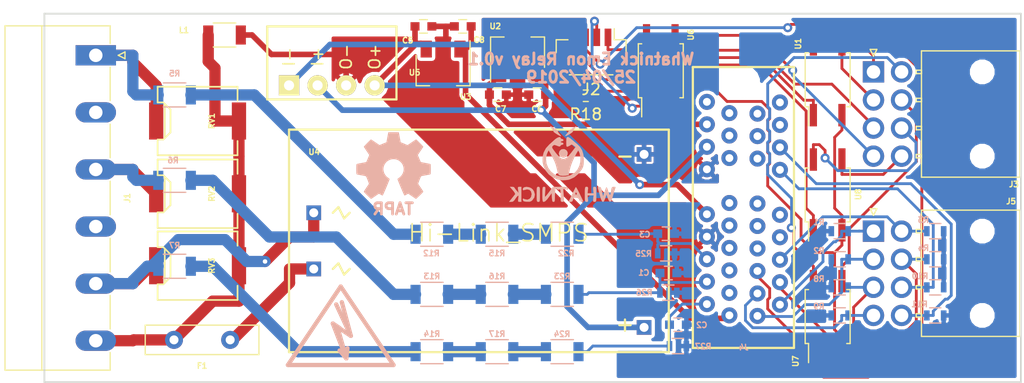
<source format=kicad_pcb>
(kicad_pcb (version 20171130) (host pcbnew "(2018-02-15 revision 29b28de31)-makepkg")
  (layers (0 F.Cu signal) (31 B.Cu signal) (34 B.Paste user) (35 F.Paste user) (36 B.SilkS user) (37 F.SilkS user) (38 B.Mask user) (39 F.Mask user) (44 Edge.Cuts user))
  (net 0 "")
  (net 1 UA)
  (net 2 UN)
  (net 3 UB)
  (net 4 UC)
  (net 5 GNDA)
  (net 6 +5V)
  (net 7 GNDPWR)
  (net 8 +5V_ISO)
  (net 9 IA1+)
  (net 10 IA1-)
  (net 11 IC1+)
  (net 12 IC1-)
  (net 13 IB1+)
  (net 14 IN1+)
  (net 15 IN1-)
  (net 16 IA2+)
  (net 17 IA2-)
  (net 18 IC2+)
  (net 19 IC2-)
  (net 20 IB2-)
  (net 21 IB1-)
  (net 22 IN2-)
  (net 23 IB2+)
  (net 24 UA_SAMP)
  (net 25 UC_SAMP)
  (net 26 UB_SAMP)
  (net 27 IN2+)
  (net 28 +3.3V_ISO)
  (net 29 +3V3)
  (net 30 VBAT)
  (net 31 /UN_IN)
  (net 32 /ua_1)
  (net 33 /ua_2)
  (net 34 /uc_2)
  (net 35 /uc_1)
  (net 36 /ub_1)
  (net 37 /uc_3)
  (net 38 /ub_2)
  (net 39 /ua_3)
  (net 40 /ub_3)
  (net 41 "Net-(J4-Pad10)")
  (net 42 "Net-(J4-Pad14)")
  (net 43 "Net-(J4-Pad16)")
  (net 44 "Net-(J4-Pad18)")
  (net 45 "Net-(J4-Pad20)")
  (net 46 "Net-(J4-Pad12)")
  (net 47 "Net-(J4-Pad22)")
  (net 48 "Net-(J4-Pad28)")
  (net 49 "Net-(J4-Pad26)")
  (net 50 "Net-(J4-Pad24)")
  (net 51 "Net-(J1-Pad4)")
  (net 52 "Net-(J1-Pad2)")
  (net 53 LED_L)
  (net 54 RE4_H)
  (net 55 RE4_L)
  (net 56 LED_H4)
  (net 57 LED_H1)
  (net 58 RE1_L)
  (net 59 RE1_H)
  (net 60 RE2_H)
  (net 61 RE2_L)
  (net 62 LED_H2)
  (net 63 LED_H3)
  (net 64 RE3_L)
  (net 65 RE3_H)
  (module Connector_JST:JST_SH_BM04B-SRSS-TB_1x04-1MP_P1.00mm_Vertical (layer F.Cu) (at 154.575 48.9 180)
    (fp_text reference J2 (at 0 -3.3 180) (layer F.SilkS))
    (fp_text value Conn_01x04)
    (pad 1 smd rect (at -1.5 1.325 180) (size 0.6 1.55) (layers F.Cu F.Paste F.Mask) (net 57 LED_H1))
    (pad 2 smd rect (at -0.5 1.325 180) (size 0.6 1.55) (layers F.Cu F.Paste F.Mask) (net 62 LED_H2))
    (pad 3 smd rect (at 0.5 1.325 180) (size 0.6 1.55) (layers F.Cu F.Paste F.Mask) (net 63 LED_H3))
    (pad 4 smd rect (at 1.5 1.325 180) (size 0.6 1.55) (layers F.Cu F.Paste F.Mask) (net 56 LED_H4))
    (pad MP smd rect (at -2.8 -1.2 180) (size 1.2 1.8) (layers F.Cu F.Paste F.Mask))
    (pad MP smd rect (at 2.8 -1.2 180) (size 1.2 1.8) (layers F.Cu F.Paste F.Mask))
  )
  (module Resistor_SMD:R_0603_1608Metric (layer F.Cu) (at 154.1 52.775 180)
    (fp_text reference R18 (at 0 -1.65 180) (layer F.SilkS))
    (fp_text value R)
    (pad 1 smd rect (at -0.875 0 180) (size 0.67 1) (layers F.Cu F.Paste F.Mask) (net 53 LED_L))
    (pad 2 smd rect (at 0.875 0 180) (size 0.67 1) (layers F.Cu F.Paste F.Mask) (net 7 GNDPWR))
  )
  (module Package_SO:SO-4_4.4x3.6mm_P2.54mm (layer F.Cu) (at 175.625 61.6 90)
    (fp_text reference U8 (at 0.05 2.725 90) (layer F.SilkS) (effects (font (size 0.5 0.5) (thickness 0.12))))
    (fp_text value LTV-356T)
    (pad 4 smd rect (at 3.15 -1.27 90) (size 2 0.64) (layers F.Cu F.Paste F.Mask) (net 54 RE4_H))
    (pad 3 smd rect (at 3.15 1.27 90) (size 2 0.64) (layers F.Cu F.Paste F.Mask) (net 55 RE4_L))
    (pad 2 smd rect (at -3.15 1.27 90) (size 2 0.64) (layers F.Cu F.Paste F.Mask) (net 53 LED_L))
    (pad 1 smd rect (at -3.15 -1.27 90) (size 2 0.64) (layers F.Cu F.Paste F.Mask) (net 56 LED_H4))
  )
  (module Package_SO:SO-4_4.4x3.6mm_P2.54mm (layer F.Cu) (at 175.625 72.425 90)
    (fp_text reference U7 (at -3.975 -2.85 90) (layer F.SilkS) (effects (font (size 0.5 0.5) (thickness 0.12))))
    (fp_text value LTV-356T)
    (pad 1 smd rect (at -3.15 -1.27 90) (size 2 0.64) (layers F.Cu F.Paste F.Mask) (net 63 LED_H3))
    (pad 2 smd rect (at -3.15 1.27 90) (size 2 0.64) (layers F.Cu F.Paste F.Mask) (net 53 LED_L))
    (pad 3 smd rect (at 3.15 1.27 90) (size 2 0.64) (layers F.Cu F.Paste F.Mask) (net 64 RE3_L))
    (pad 4 smd rect (at 3.15 -1.27 90) (size 2 0.64) (layers F.Cu F.Paste F.Mask) (net 65 RE3_H))
  )
  (module Package_SO:SO-4_4.4x3.6mm_P2.54mm (layer F.Cu) (at 160.775 50.55 90)
    (fp_text reference U6 (at 3.2 2.675 90) (layer F.SilkS) (effects (font (size 0.5 0.5) (thickness 0.12))))
    (fp_text value LTV-356T)
    (pad 4 smd rect (at 3.15 -1.27 90) (size 2 0.64) (layers F.Cu F.Paste F.Mask) (net 60 RE2_H))
    (pad 3 smd rect (at 3.15 1.27 90) (size 2 0.64) (layers F.Cu F.Paste F.Mask) (net 61 RE2_L))
    (pad 2 smd rect (at -3.15 1.27 90) (size 2 0.64) (layers F.Cu F.Paste F.Mask) (net 53 LED_L))
    (pad 1 smd rect (at -3.15 -1.27 90) (size 2 0.64) (layers F.Cu F.Paste F.Mask) (net 62 LED_H2))
  )
  (module Package_SO:SO-4_4.4x3.6mm_P2.54mm (layer F.Cu) (at 175.625 51.35 90)
    (fp_text reference U1 (at 3.2 -2.625 90) (layer F.SilkS) (effects (font (size 0.5 0.5) (thickness 0.12))))
    (fp_text value LTV-356T)
    (pad 1 smd rect (at -3.15 -1.27 90) (size 2 0.64) (layers F.Cu F.Paste F.Mask) (net 57 LED_H1))
    (pad 2 smd rect (at -3.15 1.27 90) (size 2 0.64) (layers F.Cu F.Paste F.Mask) (net 53 LED_L))
    (pad 3 smd rect (at 3.15 1.27 90) (size 2 0.64) (layers F.Cu F.Paste F.Mask) (net 58 RE1_L))
    (pad 4 smd rect (at 3.15 -1.27 90) (size 2 0.64) (layers F.Cu F.Paste F.Mask) (net 59 RE1_H))
  )
  (module Whatnick_logo:Fsilk_HV (layer B.Cu) (at 132.289 73.944 180)
    (fp_text reference SYM1 hide)
    (fp_text value SYM_Flash_Small)
  )
  (module hi-link_smps:PCIE-36-SKT (layer B.Cu) (at 168.128 60.7174 90)
    (fp_text reference J4 (at -14.746 0.528 180) (layer B.SilkS) (effects (font (size 0.5 0.5) (thickness 0.12)) (justify left bottom mirror)))
    (fp_text value CONN_02X18 hide)
    (pad 10 thru_hole circle (at -1.65 1.25 90) (size 1.4224 1.4224) (drill 0.7) (layers *.Cu *.Mask) (net 41 "Net-(J4-Pad10)"))
    (pad 29 thru_hole circle (at -3.65 1.25 90) (size 1.4224 1.4224) (drill 0.7) (layers *.Cu *.Mask) (net 17 IA2-))
    (pad 2 thru_hole circle (at -5.65 1.25 90) (size 1.4224 1.4224) (drill 0.7) (layers *.Cu *.Mask) (net 19 IC2-))
    (pad 21 thru_hole circle (at -7.65 1.25 90) (size 1.4224 1.4224) (drill 0.7) (layers *.Cu *.Mask) (net 12 IC1-))
    (pad 17 thru_hole circle (at -9.65 1.25 90) (size 1.4224 1.4224) (drill 0.7) (layers *.Cu *.Mask) (net 21 IB1-))
    (pad 13 thru_hole circle (at -11.65 1.25 90) (size 1.4224 1.4224) (drill 0.7) (layers *.Cu *.Mask) (net 10 IA1-))
    (pad 11 thru_hole circle (at -10.65 3.25 90) (size 1.4224 1.4224) (drill 0.7) (layers *.Cu *.Mask) (net 9 IA1+))
    (pad 15 thru_hole circle (at -8.65 3.25 90) (size 1.4224 1.4224) (drill 0.7) (layers *.Cu *.Mask) (net 13 IB1+))
    (pad 19 thru_hole circle (at -6.65 3.25 90) (size 1.4224 1.4224) (drill 0.7) (layers *.Cu *.Mask) (net 11 IC1+))
    (pad 35 thru_hole circle (at -4.65 3.25 90) (size 1.4224 1.4224) (drill 0.7) (layers *.Cu *.Mask) (net 18 IC2+))
    (pad 27 thru_hole circle (at -2.65 3.25 90) (size 1.4224 1.4224) (drill 0.7) (layers *.Cu *.Mask) (net 16 IA2+))
    (pad 8 thru_hole circle (at -11.6 -1.25 270) (size 1.4224 1.4224) (drill 0.7) (layers *.Cu *.Mask) (net 28 +3.3V_ISO))
    (pad 14 thru_hole circle (at -9.6 -1.25 270) (size 1.4224 1.4224) (drill 0.7) (layers *.Cu *.Mask) (net 42 "Net-(J4-Pad14)"))
    (pad 16 thru_hole circle (at -7.6 -1.25 270) (size 1.4224 1.4224) (drill 0.7) (layers *.Cu *.Mask) (net 43 "Net-(J4-Pad16)"))
    (pad 18 thru_hole circle (at -5.6 -1.25 270) (size 1.4224 1.4224) (drill 0.7) (layers *.Cu *.Mask) (net 44 "Net-(J4-Pad18)"))
    (pad 20 thru_hole circle (at -3.6 -1.25 270) (size 1.4224 1.4224) (drill 0.7) (layers *.Cu *.Mask) (net 45 "Net-(J4-Pad20)"))
    (pad 12 thru_hole circle (at -1.6 -1.25 270) (size 1.4224 1.4224) (drill 0.7) (layers *.Cu *.Mask) (net 46 "Net-(J4-Pad12)"))
    (pad 9 thru_hole circle (at -2.6 -3.25 270) (size 1.4224 1.4224) (drill 0.7) (layers *.Cu *.Mask) (net 8 +5V_ISO))
    (pad 7 thru_hole circle (at -4.6 -3.25 270) (size 1.4224 1.4224) (drill 0.7) (layers *.Cu *.Mask) (net 5 GNDA))
    (pad 5 thru_hole circle (at -6.6 -3.25 270) (size 1.4224 1.4224) (drill 0.7) (layers *.Cu *.Mask) (net 24 UA_SAMP))
    (pad 3 thru_hole circle (at -8.6 -3.25 270) (size 1.4224 1.4224) (drill 0.7) (layers *.Cu *.Mask) (net 26 UB_SAMP))
    (pad 1 thru_hole circle (at -10.6 -3.25 270) (size 1.4224 1.4224) (drill 0.7) (layers *.Cu *.Mask) (net 25 UC_SAMP))
    (pad 6 thru_hole circle (at 7.35 3.25 90) (size 1.4224 1.4224) (drill 0.7) (layers *.Cu *.Mask) (net 22 IN2-))
    (pad 4 thru_hole circle (at 5.35 3.25 90) (size 1.4224 1.4224) (drill 0.7) (layers *.Cu *.Mask) (net 27 IN2+))
    (pad 25 thru_hole circle (at 3.35 3.25 90) (size 1.4224 1.4224) (drill 0.7) (layers *.Cu *.Mask) (net 15 IN1-))
    (pad 23 thru_hole circle (at 1.35 3.25 90) (size 1.4224 1.4224) (drill 0.7) (layers *.Cu *.Mask) (net 14 IN1+))
    (pad 31 thru_hole circle (at 2.35 1.25 90) (size 1.4224 1.4224) (drill 0.7) (layers *.Cu *.Mask) (net 23 IB2+))
    (pad 33 thru_hole circle (at 4.35 1.25 90) (size 1.4224 1.4224) (drill 0.7) (layers *.Cu *.Mask) (net 20 IB2-))
    (pad 22 thru_hole circle (at 6.35 1.25 90) (size 1.4224 1.4224) (drill 0.7) (layers *.Cu *.Mask) (net 47 "Net-(J4-Pad22)"))
    (pad 36 thru_hole circle (at 1.4 -3.25 270) (size 1.4224 1.4224) (drill 0.7) (layers *.Cu *.Mask) (net 7 GNDPWR))
    (pad 34 thru_hole circle (at 3.4 -3.25 270) (size 1.4224 1.4224) (drill 0.7) (layers *.Cu *.Mask) (net 6 +5V))
    (pad 32 thru_hole circle (at 5.4 -3.25 270) (size 1.4224 1.4224) (drill 0.7) (layers *.Cu *.Mask) (net 29 +3V3))
    (pad 30 thru_hole circle (at 7.4 -3.25 270) (size 1.4224 1.4224) (drill 0.7) (layers *.Cu *.Mask) (net 30 VBAT))
    (pad 28 thru_hole circle (at 6.4 -1.25 270) (size 1.4224 1.4224) (drill 0.7) (layers *.Cu *.Mask) (net 48 "Net-(J4-Pad28)"))
    (pad 26 thru_hole circle (at 4.4 -1.25 270) (size 1.4224 1.4224) (drill 0.7) (layers *.Cu *.Mask) (net 49 "Net-(J4-Pad26)"))
    (pad 24 thru_hole circle (at 2.4 -1.25 270) (size 1.4224 1.4224) (drill 0.7) (layers *.Cu *.Mask) (net 50 "Net-(J4-Pad24)"))
    (pad "" np_thru_hole circle (at 0 0 90) (size 2.35 2.35) (drill 2.35) (layers *.Cu))
    (pad "" np_thru_hole circle (at 9.15 0 90) (size 2.35 2.35) (drill 2.35) (layers *.Cu))
  )
  (module Capacitors_THT:C_Disc_D10.0mm_W2.5mm_P5.00mm (layer F.Cu) (at 122.45 74.5 180)
    (fp_text reference F1 (at 2.5 -2.31 180) (layer F.SilkS) (effects (font (size 0.5 0.5) (thickness 0.12))))
    (fp_text value Polyfuse)
    (pad 2 thru_hole circle (at 5 0 180) (size 1.6 1.6) (drill 0.8) (layers *.Cu *.Mask) (net 2 UN))
    (pad 1 thru_hole circle (at 0 0 180) (size 1.6 1.6) (drill 0.8) (layers *.Cu *.Mask) (net 31 /UN_IN))
  )
  (module hi-link_smps:SIP4 (layer F.Cu) (at 131.5 51.85)
    (fp_text reference U5 (at 7.366 -1.143) (layer F.SilkS) (effects (font (size 0.5 0.5) (thickness 0.12))))
    (fp_text value dc-dc hide)
    (fp_text user O+ (at 3.81 -2.54 90) (layer F.SilkS))
    (fp_text user O- (at 1.27 -2.54 90) (layer F.SilkS))
    (fp_text user I+ (at -1.27 -2.54 90) (layer F.SilkS))
    (fp_text user I- (at -3.81 -2.54 90) (layer F.SilkS))
    (pad 4 thru_hole circle (at 3.81 0) (size 1.8 1.8) (drill 0.9) (layers *.Cu *.Mask F.SilkS) (net 8 +5V_ISO))
    (pad 3 thru_hole circle (at 1.27 0) (size 1.8 1.8) (drill 0.9) (layers *.Cu *.Mask F.SilkS) (net 5 GNDA))
    (pad 2 thru_hole circle (at -1.27 0) (size 1.8 1.8) (drill 0.9) (layers *.Cu *.Mask F.SilkS) (net 6 +5V))
    (pad 1 thru_hole rect (at -3.81 0) (size 1.8 1.8) (drill 0.9) (layers *.Cu *.Mask F.SilkS) (net 7 GNDPWR))
  )
  (module hi-link_smps:HKLPM01 (layer F.Cu) (at 144.588 65.689)
    (fp_text reference U4 (at -15.24 -7.62) (layer F.SilkS) (effects (font (size 0.5 0.5) (thickness 0.12)) (justify left bottom)))
    (fp_text value Hi-Link_SMPS (at 1.74752 -0.70612) (layer F.SilkS) (effects (font (size 1.524 1.524))))
    (pad 4 thru_hole rect (at 14.7 7.7) (size 1.308 1.308) (drill 0.8) (layers *.Cu *.Mask) (net 6 +5V))
    (pad 3 thru_hole rect (at 14.7 -7.7) (size 1.308 1.308) (drill 0.8) (layers *.Cu *.Mask) (net 7 GNDPWR))
    (pad 2 thru_hole rect (at -14.7 2.5) (size 1.308 1.308) (drill 0.8) (layers *.Cu *.Mask) (net 31 /UN_IN))
    (pad 1 thru_hole rect (at -14.7 -2.5) (size 1.308 1.308) (drill 0.8) (layers *.Cu *.Mask) (net 4 UC))
  )
  (module Symbols:OSHW-Symbol_6.7x6mm_SilkScreen (layer B.Cu) (at 137 59 180)
    (fp_text reference LOGO_OSHW1 hide)
    (fp_text value Logo_Open_Hardware_Small hide)
  )
  (module Connectors_Molex:Molex_NanoFit_2x04x2.50mm_Angled (layer F.Cu) (at 179.705 64.8234 270)
    (fp_text reference J5 (at -2.6484 -12.245) (layer F.SilkS) (effects (font (size 0.5 0.5) (thickness 0.12))))
    (fp_text value CONN_01X08)
    (pad 1 thru_hole rect (at 0 0 270) (size 1.9 1.9) (drill 1.2) (layers *.Cu *.Mask) (net 9 IA1+))
    (pad 2 thru_hole circle (at 2.5 0 270) (size 1.9 1.9) (drill 1.2) (layers *.Cu *.Mask) (net 10 IA1-))
    (pad 3 thru_hole circle (at 5 0 270) (size 1.9 1.9) (drill 1.2) (layers *.Cu *.Mask) (net 13 IB1+))
    (pad 4 thru_hole circle (at 7.5 0 270) (size 1.9 1.9) (drill 1.2) (layers *.Cu *.Mask) (net 21 IB1-))
    (pad 5 thru_hole circle (at 0 -2.5 270) (size 1.9 1.9) (drill 1.2) (layers *.Cu *.Mask) (net 11 IC1+))
    (pad 6 thru_hole circle (at 2.5 -2.5 270) (size 1.9 1.9) (drill 1.2) (layers *.Cu *.Mask) (net 12 IC1-))
    (pad 7 thru_hole circle (at 5 -2.5 270) (size 1.9 1.9) (drill 1.2) (layers *.Cu *.Mask) (net 14 IN1+))
    (pad 8 thru_hole circle (at 7.5 -2.5 270) (size 1.9 1.9) (drill 1.2) (layers *.Cu *.Mask) (net 15 IN1-))
    (pad "" np_thru_hole circle (at 0 -9.68 270) (size 1.6 1.6) (drill 1.6) (layers *.Cu *.Mask))
    (pad "" np_thru_hole circle (at 7.5 -9.68 270) (size 1.6 1.6) (drill 1.6) (layers *.Cu *.Mask))
  )
  (module Connectors_Molex:Molex_NanoFit_2x04x2.50mm_Angled (layer F.Cu) (at 179.705 50.65 270)
    (fp_text reference J3 (at 10.0046 -12.495) (layer F.SilkS) (effects (font (size 0.5 0.5) (thickness 0.12))))
    (fp_text value CONN_01X08)
    (pad "" np_thru_hole circle (at 7.5 -9.68 270) (size 1.6 1.6) (drill 1.6) (layers *.Cu *.Mask))
    (pad "" np_thru_hole circle (at 0 -9.68 270) (size 1.6 1.6) (drill 1.6) (layers *.Cu *.Mask))
    (pad 8 thru_hole circle (at 7.5 -2.5 270) (size 1.9 1.9) (drill 1.2) (layers *.Cu *.Mask) (net 55 RE4_L))
    (pad 7 thru_hole circle (at 5 -2.5 270) (size 1.9 1.9) (drill 1.2) (layers *.Cu *.Mask) (net 54 RE4_H))
    (pad 6 thru_hole circle (at 2.5 -2.5 270) (size 1.9 1.9) (drill 1.2) (layers *.Cu *.Mask) (net 64 RE3_L))
    (pad 5 thru_hole circle (at 0 -2.5 270) (size 1.9 1.9) (drill 1.2) (layers *.Cu *.Mask) (net 65 RE3_H))
    (pad 4 thru_hole circle (at 7.5 0 270) (size 1.9 1.9) (drill 1.2) (layers *.Cu *.Mask) (net 61 RE2_L))
    (pad 3 thru_hole circle (at 5 0 270) (size 1.9 1.9) (drill 1.2) (layers *.Cu *.Mask) (net 60 RE2_H))
    (pad 2 thru_hole circle (at 2.5 0 270) (size 1.9 1.9) (drill 1.2) (layers *.Cu *.Mask) (net 58 RE1_L))
    (pad 1 thru_hole rect (at 0 0 270) (size 1.9 1.9) (drill 1.2) (layers *.Cu *.Mask) (net 59 RE1_H))
  )
  (module Connectors_Phoenix:PhoenixContact_MC-G_06x5.08mm_Angled (layer F.Cu) (at 110.49 49.1744 270)
    (fp_text reference J1 (at 12.7 -2.8 270) (layer F.SilkS) (effects (font (size 0.5 0.5) (thickness 0.12))))
    (fp_text value CONN_01X06)
    (pad 6 thru_hole oval (at 25.4 0 270) (size 1.8 3.6) (drill 1.2) (layers *.Cu *.Mask) (net 2 UN))
    (pad 5 thru_hole oval (at 20.32 0 270) (size 1.8 3.6) (drill 1.2) (layers *.Cu *.Mask) (net 4 UC))
    (pad 4 thru_hole oval (at 15.24 0 270) (size 1.8 3.6) (drill 1.2) (layers *.Cu *.Mask) (net 51 "Net-(J1-Pad4)"))
    (pad 3 thru_hole oval (at 10.16 0 270) (size 1.8 3.6) (drill 1.2) (layers *.Cu *.Mask) (net 3 UB))
    (pad 2 thru_hole oval (at 5.08 0 270) (size 1.8 3.6) (drill 1.2) (layers *.Cu *.Mask) (net 52 "Net-(J1-Pad2)"))
    (pad 1 thru_hole rect (at 0 0 270) (size 1.8 3.6) (drill 1.2) (layers *.Cu *.Mask) (net 1 UA))
  )
  (module Resistors_SMD:R_0603 (layer B.Cu) (at 185.2 64.825 180)
    (fp_text reference R3 (at 1.05 1 180) (layer B.SilkS) (effects (font (size 0.5 0.5) (thickness 0.12)) (justify mirror)))
    (fp_text value 5.8R)
    (pad 1 smd rect (at -0.75 0 180) (size 0.5 0.9) (layers B.Cu B.Paste B.Mask) (net 5 GNDA))
    (pad 2 smd rect (at 0.75 0 180) (size 0.5 0.9) (layers B.Cu B.Paste B.Mask) (net 11 IC1+))
  )
  (module Resistors_SMD:R_0603 (layer B.Cu) (at 185.2 72.325)
    (fp_text reference R11 (at -1.4 -1) (layer B.SilkS) (effects (font (size 0.5 0.5) (thickness 0.12)) (justify mirror)))
    (fp_text value 5.8R)
    (pad 2 smd rect (at 0.75 0) (size 0.5 0.9) (layers B.Cu B.Paste B.Mask) (net 5 GNDA))
    (pad 1 smd rect (at -0.75 0) (size 0.5 0.9) (layers B.Cu B.Paste B.Mask) (net 15 IN1-))
  )
  (module Resistors_SMD:R_0603 (layer B.Cu) (at 185.2 69.825 180)
    (fp_text reference R10 (at 1.35 1 180) (layer B.SilkS) (effects (font (size 0.5 0.5) (thickness 0.12)) (justify mirror)))
    (fp_text value 5.8R)
    (pad 1 smd rect (at -0.75 0 180) (size 0.5 0.9) (layers B.Cu B.Paste B.Mask) (net 5 GNDA))
    (pad 2 smd rect (at 0.75 0 180) (size 0.5 0.9) (layers B.Cu B.Paste B.Mask) (net 14 IN1+))
  )
  (module Resistors_SMD:R_0603 (layer B.Cu) (at 176.7 72.325 180)
    (fp_text reference R9 (at 1.85 0.8 180) (layer B.SilkS) (effects (font (size 0.5 0.5) (thickness 0.12)) (justify mirror)))
    (fp_text value 5.8R)
    (pad 2 smd rect (at 0.75 0 180) (size 0.5 0.9) (layers B.Cu B.Paste B.Mask) (net 5 GNDA))
    (pad 1 smd rect (at -0.75 0 180) (size 0.5 0.9) (layers B.Cu B.Paste B.Mask) (net 21 IB1-))
  )
  (module Resistors_SMD:R_0603 (layer B.Cu) (at 176.7 69.825)
    (fp_text reference R8 (at -1.85 -0.75) (layer B.SilkS) (effects (font (size 0.5 0.5) (thickness 0.12)) (justify mirror)))
    (fp_text value 5.8R)
    (pad 1 smd rect (at -0.75 0) (size 0.5 0.9) (layers B.Cu B.Paste B.Mask) (net 5 GNDA))
    (pad 2 smd rect (at 0.75 0) (size 0.5 0.9) (layers B.Cu B.Paste B.Mask) (net 13 IB1+))
  )
  (module Resistors_SMD:R_0603 (layer B.Cu) (at 176.7 67.325 180)
    (fp_text reference R2 (at 1.85 0.75 180) (layer B.SilkS) (effects (font (size 0.5 0.5) (thickness 0.12)) (justify mirror)))
    (fp_text value 5.8R)
    (pad 2 smd rect (at 0.75 0 180) (size 0.5 0.9) (layers B.Cu B.Paste B.Mask) (net 5 GNDA))
    (pad 1 smd rect (at -0.75 0 180) (size 0.5 0.9) (layers B.Cu B.Paste B.Mask) (net 10 IA1-))
  )
  (module Resistors_SMD:R_0603 (layer B.Cu) (at 185.2 67.325)
    (fp_text reference R4 (at -1.05 -1) (layer B.SilkS) (effects (font (size 0.5 0.5) (thickness 0.12)) (justify mirror)))
    (fp_text value 5.8R)
    (pad 1 smd rect (at -0.75 0) (size 0.5 0.9) (layers B.Cu B.Paste B.Mask) (net 12 IC1-))
    (pad 2 smd rect (at 0.75 0) (size 0.5 0.9) (layers B.Cu B.Paste B.Mask) (net 5 GNDA))
  )
  (module Resistors_SMD:R_0603 (layer B.Cu) (at 176.7 64.825)
    (fp_text reference R1 (at -1.85 -0.8) (layer B.SilkS) (effects (font (size 0.5 0.5) (thickness 0.12)) (justify mirror)))
    (fp_text value 5.8R)
    (pad 1 smd rect (at -0.75 0) (size 0.5 0.9) (layers B.Cu B.Paste B.Mask) (net 5 GNDA))
    (pad 2 smd rect (at 0.75 0) (size 0.5 0.9) (layers B.Cu B.Paste B.Mask) (net 9 IA1+))
  )
  (module Resistors_SMD:R_1206 (layer B.Cu) (at 146.2 65.1 180)
    (fp_text reference R15 (at 0.01 -1.695 180) (layer B.SilkS) (effects (font (size 0.5 0.5) (thickness 0.12)) (justify mirror)))
    (fp_text value 220K)
    (pad 2 smd rect (at 1.45 0 180) (size 0.9 1.7) (layers B.Cu B.Paste B.Mask) (net 33 /ua_2))
    (pad 1 smd rect (at -1.45 0 180) (size 0.9 1.7) (layers B.Cu B.Paste B.Mask) (net 39 /ua_3))
  )
  (module Resistors_SMD:R_1206 (layer B.Cu) (at 152 75.55 180)
    (fp_text reference R24 (at 0.017 1.5654 180) (layer B.SilkS) (effects (font (size 0.5 0.5) (thickness 0.12)) (justify mirror)))
    (fp_text value 220K)
    (pad 2 smd rect (at 1.45 0 180) (size 0.9 1.7) (layers B.Cu B.Paste B.Mask) (net 37 /uc_3))
    (pad 1 smd rect (at -1.45 0 180) (size 0.9 1.7) (layers B.Cu B.Paste B.Mask) (net 25 UC_SAMP))
  )
  (module Resistors_SMD:R_1206 (layer B.Cu) (at 152 70.45 180)
    (fp_text reference R23 (at 0 1.6094 180) (layer B.SilkS) (effects (font (size 0.5 0.5) (thickness 0.12)) (justify mirror)))
    (fp_text value 220K)
    (pad 1 smd rect (at -1.45 0 180) (size 0.9 1.7) (layers B.Cu B.Paste B.Mask) (net 26 UB_SAMP))
    (pad 2 smd rect (at 1.45 0 180) (size 0.9 1.7) (layers B.Cu B.Paste B.Mask) (net 40 /ub_3))
  )
  (module Resistors_SMD:R_1206 (layer B.Cu) (at 152 65.1 180)
    (fp_text reference R22 (at -0.35 -1.695 180) (layer B.SilkS) (effects (font (size 0.5 0.5) (thickness 0.12)) (justify mirror)))
    (fp_text value 220K)
    (pad 1 smd rect (at -1.45 0 180) (size 0.9 1.7) (layers B.Cu B.Paste B.Mask) (net 24 UA_SAMP))
    (pad 2 smd rect (at 1.45 0 180) (size 0.9 1.7) (layers B.Cu B.Paste B.Mask) (net 39 /ua_3))
  )
  (module Resistors_SMD:R_1206 (layer B.Cu) (at 146.2 75.55 180)
    (fp_text reference R17 (at 0 1.5754 180) (layer B.SilkS) (effects (font (size 0.5 0.5) (thickness 0.12)) (justify mirror)))
    (fp_text value 220K)
    (pad 1 smd rect (at -1.45 0 180) (size 0.9 1.7) (layers B.Cu B.Paste B.Mask) (net 37 /uc_3))
    (pad 2 smd rect (at 1.45 0 180) (size 0.9 1.7) (layers B.Cu B.Paste B.Mask) (net 34 /uc_2))
  )
  (module Resistors_SMD:R_1206 (layer B.Cu) (at 146.2 70.45 180)
    (fp_text reference R16 (at 0 1.6094 180) (layer B.SilkS) (effects (font (size 0.5 0.5) (thickness 0.12)) (justify mirror)))
    (fp_text value 220K)
    (pad 2 smd rect (at 1.45 0 180) (size 0.9 1.7) (layers B.Cu B.Paste B.Mask) (net 38 /ub_2))
    (pad 1 smd rect (at -1.45 0 180) (size 0.9 1.7) (layers B.Cu B.Paste B.Mask) (net 40 /ub_3))
  )
  (module Resistors_SMD:R_1206 (layer B.Cu) (at 140.4 70.45 180)
    (fp_text reference R13 (at 0 1.6094 180) (layer B.SilkS) (effects (font (size 0.5 0.5) (thickness 0.12)) (justify mirror)))
    (fp_text value 220K)
    (pad 1 smd rect (at -1.45 0 180) (size 0.9 1.7) (layers B.Cu B.Paste B.Mask) (net 38 /ub_2))
    (pad 2 smd rect (at 1.45 0 180) (size 0.9 1.7) (layers B.Cu B.Paste B.Mask) (net 36 /ub_1))
  )
  (module Resistors_SMD:R_1206 (layer B.Cu) (at 140.4 75.55 180)
    (fp_text reference R14 (at 0 1.5754 180) (layer B.SilkS) (effects (font (size 0.5 0.5) (thickness 0.12)) (justify mirror)))
    (fp_text value 220K)
    (pad 2 smd rect (at 1.45 0 180) (size 0.9 1.7) (layers B.Cu B.Paste B.Mask) (net 35 /uc_1))
    (pad 1 smd rect (at -1.45 0 180) (size 0.9 1.7) (layers B.Cu B.Paste B.Mask) (net 34 /uc_2))
  )
  (module TO_SOT_Packages_SMD:SOT-89-3 (layer F.Cu) (at 148.025 49.325 90)
    (fp_text reference U2 (at 2.74 -1.98 180) (layer F.SilkS) (effects (font (size 0.5 0.5) (thickness 0.12))))
    (fp_text value L78L33_SOT89)
    (pad 2 smd trapezoid (at 2.667 0) (size 1.6 0.85) (rect_delta 0 0.6) (layers F.Cu F.Paste F.Mask) (net 7 GNDPWR))
    (pad 1 smd rect (at -1.48 -1.5) (size 1 1.5) (layers F.Cu F.Paste F.Mask) (net 29 +3V3))
    (pad 2 smd rect (at -1.3335 0) (size 1 1.8) (layers F.Cu F.Paste F.Mask) (net 7 GNDPWR))
    (pad 3 smd rect (at -1.48 1.5) (size 1 1.5) (layers F.Cu F.Paste F.Mask) (net 6 +5V))
    (pad 2 smd rect (at 1.3335 0) (size 2.2 1.84) (layers F.Cu F.Paste F.Mask) (net 7 GNDPWR))
    (pad 2 smd trapezoid (at -0.0762 0 180) (size 1.5 1) (rect_delta 0 0.7) (layers F.Cu F.Paste F.Mask) (net 7 GNDPWR))
  )
  (module TO_SOT_Packages_SMD:SOT-89-3 (layer F.Cu) (at 141.4 50.1 270)
    (fp_text reference U3 (at 2.77 -2.01) (layer F.SilkS) (effects (font (size 0.5 0.5) (thickness 0.12))))
    (fp_text value L78L05_SOT89)
    (pad 2 smd trapezoid (at -0.0762 0) (size 1.5 1) (rect_delta 0 0.7) (layers F.Cu F.Paste F.Mask) (net 5 GNDA))
    (pad 2 smd rect (at 1.3335 0 180) (size 2.2 1.84) (layers F.Cu F.Paste F.Mask) (net 5 GNDA))
    (pad 3 smd rect (at -1.48 1.5 180) (size 1 1.5) (layers F.Cu F.Paste F.Mask) (net 8 +5V_ISO))
    (pad 2 smd rect (at -1.3335 0 180) (size 1 1.8) (layers F.Cu F.Paste F.Mask) (net 5 GNDA))
    (pad 1 smd rect (at -1.48 -1.5 180) (size 1 1.5) (layers F.Cu F.Paste F.Mask) (net 28 +3.3V_ISO))
    (pad 2 smd trapezoid (at 2.667 0 180) (size 1.6 0.85) (rect_delta 0 0.6) (layers F.Cu F.Paste F.Mask) (net 5 GNDA))
  )
  (module Whatnick_logo:Whatnick_logo (layer B.Cu) (at 152.05 58.85 180)
    (fp_text reference G1 hide)
    (fp_text value LOGO hide)
  )
  (module Inductors_SMD:L_1206 (layer F.Cu) (at 121.948 47.3674 180)
    (fp_text reference L1 (at 3.61 0.43 180) (layer F.SilkS) (effects (font (size 0.5 0.5) (thickness 0.12))))
    (fp_text value Ferrite_Bead_Small)
    (pad 2 smd rect (at 1.45 0 180) (size 0.9 1.7) (layers F.Cu F.Paste F.Mask) (net 2 UN))
    (pad 1 smd rect (at -1.45 0 180) (size 0.9 1.7) (layers F.Cu F.Paste F.Mask) (net 5 GNDA))
  )
  (module Resistors_SMD:R_1206 (layer B.Cu) (at 117.5 67.95 180)
    (fp_text reference R7 (at 0 1.85 180) (layer B.SilkS) (effects (font (size 0.5 0.5) (thickness 0.12)) (justify mirror)))
    (fp_text value 220K)
    (pad 1 smd rect (at -1.45 0 180) (size 0.9 1.7) (layers B.Cu B.Paste B.Mask) (net 35 /uc_1))
    (pad 2 smd rect (at 1.45 0 180) (size 0.9 1.7) (layers B.Cu B.Paste B.Mask) (net 4 UC))
  )
  (module Resistors_SMD:R_1206 (layer B.Cu) (at 117.5 52.7 180)
    (fp_text reference R5 (at 0 1.905 180) (layer B.SilkS) (effects (font (size 0.5 0.5) (thickness 0.12)) (justify mirror)))
    (fp_text value 220K)
    (pad 1 smd rect (at -1.45 0 180) (size 0.9 1.7) (layers B.Cu B.Paste B.Mask) (net 32 /ua_1))
    (pad 2 smd rect (at 1.45 0 180) (size 0.9 1.7) (layers B.Cu B.Paste B.Mask) (net 1 UA))
  )
  (module Resistors_SMD:R_1206 (layer B.Cu) (at 140.4 65.1 180)
    (fp_text reference R12 (at 0.04 -1.695 180) (layer B.SilkS) (effects (font (size 0.5 0.5) (thickness 0.12)) (justify mirror)))
    (fp_text value 220K)
    (pad 2 smd rect (at 1.45 0 180) (size 0.9 1.7) (layers B.Cu B.Paste B.Mask) (net 32 /ua_1))
    (pad 1 smd rect (at -1.45 0 180) (size 0.9 1.7) (layers B.Cu B.Paste B.Mask) (net 33 /ua_2))
  )
  (module Resistors_SMD:R_1206 (layer B.Cu) (at 117.5 60.3 180)
    (fp_text reference R6 (at 0.127 1.778 180) (layer B.SilkS) (effects (font (size 0.5 0.5) (thickness 0.12)) (justify mirror)))
    (fp_text value 220K)
    (pad 1 smd rect (at -1.45 0 180) (size 0.9 1.7) (layers B.Cu B.Paste B.Mask) (net 36 /ub_1))
    (pad 2 smd rect (at 1.45 0 180) (size 0.9 1.7) (layers B.Cu B.Paste B.Mask) (net 3 UB))
  )
  (module Capacitors_SMD:C_0603 (layer F.Cu) (at 139.65 46.6)
    (fp_text reference C5 (at -1.4 1.25) (layer F.SilkS) (effects (font (size 0.5 0.5) (thickness 0.12))))
    (fp_text value 1uF)
    (pad 2 smd rect (at 0.75 0) (size 0.8 0.75) (layers F.Cu F.Paste F.Mask) (net 5 GNDA))
    (pad 1 smd rect (at -0.75 0) (size 0.8 0.75) (layers F.Cu F.Paste F.Mask) (net 8 +5V_ISO))
  )
  (module Capacitors_SMD:C_0603 (layer F.Cu) (at 149.775 52.675 180)
    (fp_text reference C6 (at 0.012 -1.27 180) (layer F.SilkS) (effects (font (size 0.5 0.5) (thickness 0.12))))
    (fp_text value 1uF)
    (pad 2 smd rect (at 0.75 0 180) (size 0.8 0.75) (layers F.Cu F.Paste F.Mask) (net 7 GNDPWR))
    (pad 1 smd rect (at -0.75 0 180) (size 0.8 0.75) (layers F.Cu F.Paste F.Mask) (net 6 +5V))
  )
  (module Capacitors_SMD:C_0603 (layer F.Cu) (at 146.275 52.675)
    (fp_text reference C7 (at 0.254 1.27) (layer F.SilkS) (effects (font (size 0.5 0.5) (thickness 0.12))))
    (fp_text value 1uF)
    (pad 1 smd rect (at -0.75 0) (size 0.8 0.75) (layers F.Cu F.Paste F.Mask) (net 29 +3V3))
    (pad 2 smd rect (at 0.75 0) (size 0.8 0.75) (layers F.Cu F.Paste F.Mask) (net 7 GNDPWR))
  )
  (module Capacitors_SMD:C_0603 (layer F.Cu) (at 143.15 46.6 180)
    (fp_text reference C8 (at -1.45 -1.2 180) (layer F.SilkS) (effects (font (size 0.5 0.5) (thickness 0.12))))
    (fp_text value 1uF)
    (pad 1 smd rect (at -0.75 0 180) (size 0.8 0.75) (layers F.Cu F.Paste F.Mask) (net 28 +3.3V_ISO))
    (pad 2 smd rect (at 0.75 0 180) (size 0.8 0.75) (layers F.Cu F.Paste F.Mask) (net 5 GNDA))
  )
  (module Capacitors_SMD:C_0603 (layer B.Cu) (at 162.3 73.15)
    (fp_text reference C2 (at 2.12 0.032) (layer B.SilkS) (effects (font (size 0.5 0.5) (thickness 0.12)) (justify mirror)))
    (fp_text value 33n)
    (pad 2 smd rect (at 0.75 0) (size 0.8 0.75) (layers B.Cu B.Paste B.Mask) (net 5 GNDA))
    (pad 1 smd rect (at -0.75 0) (size 0.8 0.75) (layers B.Cu B.Paste B.Mask) (net 25 UC_SAMP))
  )
  (module Capacitors_SMD:C_0603 (layer B.Cu) (at 161.25 65.05)
    (fp_text reference C3 (at -1.9 0.07 180) (layer B.SilkS) (effects (font (size 0.5 0.5) (thickness 0.12)) (justify mirror)))
    (fp_text value 33n)
    (pad 2 smd rect (at 0.75 0) (size 0.8 0.75) (layers B.Cu B.Paste B.Mask) (net 5 GNDA))
    (pad 1 smd rect (at -0.75 0) (size 0.8 0.75) (layers B.Cu B.Paste B.Mask) (net 24 UA_SAMP))
  )
  (module Capacitors_SMD:C_0603 (layer B.Cu) (at 161.45 68.55)
    (fp_text reference C1 (at -2.19 -0.03) (layer B.SilkS) (effects (font (size 0.5 0.5) (thickness 0.12)) (justify mirror)))
    (fp_text value 33n)
    (pad 2 smd rect (at 0.75 0) (size 0.8 0.75) (layers B.Cu B.Paste B.Mask) (net 5 GNDA))
    (pad 1 smd rect (at -0.75 0) (size 0.8 0.75) (layers B.Cu B.Paste B.Mask) (net 26 UB_SAMP))
  )
  (module Resistors_SMD:R_0603 (layer B.Cu) (at 162.3 75.05 180)
    (fp_text reference R27 (at -2.247 -0.037) (layer B.SilkS) (effects (font (size 0.5 0.5) (thickness 0.12)) (justify mirror)))
    (fp_text value 1K)
    (pad 1 smd rect (at -0.75 0 180) (size 0.5 0.9) (layers B.Cu B.Paste B.Mask) (net 5 GNDA))
    (pad 2 smd rect (at 0.75 0 180) (size 0.5 0.9) (layers B.Cu B.Paste B.Mask) (net 25 UC_SAMP))
  )
  (module Resistors_SMD:R_0603 (layer B.Cu) (at 161.25 66.8 180)
    (fp_text reference R25 (at 2.01 -0.03) (layer B.SilkS) (effects (font (size 0.5 0.5) (thickness 0.12)) (justify mirror)))
    (fp_text value 1K)
    (pad 1 smd rect (at -0.75 0 180) (size 0.5 0.9) (layers B.Cu B.Paste B.Mask) (net 5 GNDA))
    (pad 2 smd rect (at 0.75 0 180) (size 0.5 0.9) (layers B.Cu B.Paste B.Mask) (net 24 UA_SAMP))
  )
  (module Resistors_SMD:R_0603 (layer B.Cu) (at 161.45 70.3 180)
    (fp_text reference R26 (at 2.15 0.01 180) (layer B.SilkS) (effects (font (size 0.5 0.5) (thickness 0.12)) (justify mirror)))
    (fp_text value 1K)
    (pad 1 smd rect (at -0.75 0 180) (size 0.5 0.9) (layers B.Cu B.Paste B.Mask) (net 5 GNDA))
    (pad 2 smd rect (at 0.75 0 180) (size 0.5 0.9) (layers B.Cu B.Paste B.Mask) (net 26 UB_SAMP))
  )
  (module SMD_Packages:SMD-4032 (layer F.Cu) (at 119.55 55.021 180)
    (fp_text reference RV1 (at -1.26492 0 270) (layer F.SilkS) (effects (font (size 0.5 0.5) (thickness 0.12))))
    (fp_text value Varistor)
    (pad 2 smd rect (at 3.683 0 180) (size 1.27 3.302) (layers F.Cu F.Paste F.Mask) (net 1 UA))
    (pad 1 smd rect (at -3.683 0 180) (size 1.27 3.302) (layers F.Cu F.Paste F.Mask) (net 2 UN))
  )
  (module SMD_Packages:SMD-4032 (layer F.Cu) (at 119.55 61.498 180)
    (fp_text reference RV2 (at -1.26492 0 270) (layer F.SilkS) (effects (font (size 0.5 0.5) (thickness 0.12))))
    (fp_text value Varistor)
    (pad 1 smd rect (at -3.683 0 180) (size 1.27 3.302) (layers F.Cu F.Paste F.Mask) (net 2 UN))
    (pad 2 smd rect (at 3.683 0 180) (size 1.27 3.302) (layers F.Cu F.Paste F.Mask) (net 3 UB))
  )
  (module SMD_Packages:SMD-4032 (layer F.Cu) (at 119.55 67.9 180)
    (fp_text reference RV3 (at -1.26492 0 270) (layer F.SilkS) (effects (font (size 0.5 0.5) (thickness 0.12))))
    (fp_text value Varistor)
    (pad 2 smd rect (at 3.683 0 180) (size 1.27 3.302) (layers F.Cu F.Paste F.Mask) (net 4 UC))
    (pad 1 smd rect (at -3.683 0 180) (size 1.27 3.302) (layers F.Cu F.Paste F.Mask) (net 2 UN))
  )
  (gr_text TAPR (at 136.95 62.85) (layer B.SilkS) (effects (font (size 1 1) (thickness 0.25)) (justify mirror)))
  (gr_text "Whatnick Emon Relay v0.1\n25/04/2019" (at 153.67 50.3174) (layer B.SilkS) (effects (font (size 1 1) (thickness 0.25)) (justify mirror)))
  (gr_line (start 192.818 78.266) (end 105.918 78.266) (layer Edge.Cuts) (width 0.15))
  (gr_line (start 192.818 45.466) (end 192.818 78.266) (layer Edge.Cuts) (width 0.15))
  (gr_line (start 105.918 45.466) (end 192.818 45.466) (layer Edge.Cuts) (width 0.15))
  (gr_line (start 105.918 78.266) (end 105.918 45.466) (layer Edge.Cuts) (width 0.15))
  (segment (start 113.7903 49.793) (end 113.7903 49.1744) (width 1) (layer F.Cu) (net 1))
  (segment (start 115.867 51.8697) (end 113.7903 49.793) (width 1) (layer F.Cu) (net 1))
  (segment (start 115.867 55.021) (end 115.867 51.8697) (width 1) (layer F.Cu) (net 1))
  (segment (start 110.49 49.1744) (end 113.7903 49.1744) (width 1) (layer F.Cu) (net 1))
  (segment (start 113.7903 52.3906) (end 113.7903 49.1744) (width 1) (layer B.Cu) (net 1))
  (segment (start 114.0997 52.7) (end 113.7903 52.3906) (width 1) (layer B.Cu) (net 1))
  (segment (start 116.05 52.7) (end 114.0997 52.7) (width 1) (layer B.Cu) (net 1))
  (segment (start 110.49 49.1744) (end 113.7903 49.1744) (width 1) (layer B.Cu) (net 1))
  (segment (start 123.233 67.9) (end 123.233 71.0513) (width 1) (layer F.Cu) (net 2))
  (segment (start 110.49 74.5744) (end 113.7903 74.5744) (width 1) (layer F.Cu) (net 2))
  (segment (start 120.8987 71.0513) (end 117.45 74.5) (width 1) (layer F.Cu) (net 2))
  (segment (start 123.233 71.0513) (end 120.8987 71.0513) (width 1) (layer F.Cu) (net 2))
  (segment (start 113.8647 74.5) (end 113.7903 74.5744) (width 1) (layer F.Cu) (net 2))
  (segment (start 117.45 74.5) (end 113.8647 74.5) (width 1) (layer F.Cu) (net 2))
  (segment (start 121.0977 50.3174) (end 120.498 49.7177) (width 1) (layer F.Cu) (net 2))
  (segment (start 121.0977 55.021) (end 121.0977 50.3174) (width 1) (layer F.Cu) (net 2))
  (segment (start 123.233 55.021) (end 121.0977 55.021) (width 1) (layer F.Cu) (net 2))
  (segment (start 120.498 47.3674) (end 120.498 49.7177) (width 1) (layer F.Cu) (net 2))
  (segment (start 123.233 55.021) (end 123.233 58.1723) (width 1) (layer F.Cu) (net 2))
  (segment (start 123.233 67.9) (end 123.233 61.498) (width 1) (layer F.Cu) (net 2))
  (segment (start 123.233 61.498) (end 123.233 58.1723) (width 1) (layer F.Cu) (net 2))
  (segment (start 113.7903 59.4213) (end 113.7903 59.3344) (width 1) (layer F.Cu) (net 3))
  (segment (start 115.867 61.498) (end 113.7903 59.4213) (width 1) (layer F.Cu) (net 3))
  (segment (start 110.49 59.3344) (end 113.7903 59.3344) (width 1) (layer F.Cu) (net 3))
  (segment (start 113.7903 59.9906) (end 114.0997 60.3) (width 1) (layer B.Cu) (net 3))
  (segment (start 113.7903 59.3344) (end 113.7903 59.9906) (width 1) (layer B.Cu) (net 3))
  (segment (start 116.05 60.3) (end 114.0997 60.3) (width 1) (layer B.Cu) (net 3))
  (segment (start 110.49 59.3344) (end 113.7903 59.3344) (width 1) (layer B.Cu) (net 3))
  (via (at 125.5528 67.5242) (size 0.8) (layers F.Cu B.Cu) (net 4))
  (segment (start 115.3847 67.9) (end 113.7903 69.4944) (width 1) (layer F.Cu) (net 4))
  (segment (start 115.867 67.9) (end 115.3847 67.9) (width 1) (layer F.Cu) (net 4))
  (segment (start 110.49 69.4944) (end 113.7903 69.4944) (width 1) (layer F.Cu) (net 4))
  (segment (start 113.7903 69.2346) (end 115.0749 67.95) (width 1) (layer B.Cu) (net 4))
  (segment (start 113.7903 69.4944) (end 113.7903 69.2346) (width 1) (layer B.Cu) (net 4))
  (segment (start 110.49 69.4944) (end 113.7903 69.4944) (width 1) (layer B.Cu) (net 4))
  (segment (start 116.05 67.95) (end 115.5625 67.95) (width 1) (layer B.Cu) (net 4))
  (segment (start 115.5625 67.95) (end 115.0749 67.95) (width 1) (layer B.Cu) (net 4))
  (segment (start 129.888 63.189) (end 129.888 65.3433) (width 1) (layer F.Cu) (net 4))
  (segment (start 123.9385 67.5242) (end 125.5528 67.5242) (width 1) (layer B.Cu) (net 4))
  (segment (start 121.9895 65.5752) (end 123.9385 67.5242) (width 1) (layer B.Cu) (net 4))
  (segment (start 117.8357 65.5752) (end 121.9895 65.5752) (width 1) (layer B.Cu) (net 4))
  (segment (start 115.5625 67.8484) (end 117.8357 65.5752) (width 1) (layer B.Cu) (net 4))
  (segment (start 115.5625 67.95) (end 115.5625 67.8484) (width 1) (layer B.Cu) (net 4))
  (segment (start 127.7337 65.3433) (end 129.888 65.3433) (width 1) (layer F.Cu) (net 4))
  (segment (start 125.5528 67.5242) (end 127.7337 65.3433) (width 1) (layer F.Cu) (net 4))
  (segment (start 141.648 47.5204) (end 141.648 46.6) (width 0.5) (layer F.Cu) (net 5))
  (segment (start 140.4 46.6) (end 141.648 46.6) (width 0.5) (layer F.Cu) (net 5))
  (segment (start 141.648 46.6) (end 142.4 46.6) (width 0.5) (layer F.Cu) (net 5))
  (segment (start 126.1278 49.0969) (end 124.3983 47.3674) (width 0.5) (layer F.Cu) (net 5))
  (segment (start 133.0975 49.0969) (end 126.1278 49.0969) (width 0.5) (layer F.Cu) (net 5))
  (segment (start 123.398 47.3674) (end 124.3983 47.3674) (width 0.5) (layer F.Cu) (net 5))
  (segment (start 132.77 49.7094) (end 132.77 51.85) (width 0.5) (layer F.Cu) (net 5))
  (via (at 150.1466 54.0587) (size 0.8) (layers F.Cu B.Cu) (net 6))
  (segment (start 150.525 53.6803) (end 150.525 52.675) (width 0.5) (layer F.Cu) (net 6))
  (segment (start 150.1466 54.0587) (end 150.525 53.6803) (width 0.5) (layer F.Cu) (net 6))
  (segment (start 150.4697 51.7497) (end 149.525 50.805) (width 0.5) (layer F.Cu) (net 6))
  (segment (start 150.525 51.7497) (end 150.4697 51.7497) (width 0.5) (layer F.Cu) (net 6))
  (segment (start 150.525 52.675) (end 150.525 51.7497) (width 0.5) (layer F.Cu) (net 6))
  (segment (start 132.4387 54.0587) (end 150.1466 54.0587) (width 0.5) (layer B.Cu) (net 6))
  (segment (start 130.23 51.85) (end 132.4387 54.0587) (width 0.5) (layer B.Cu) (net 6))
  (segment (start 154.8362 58.7483) (end 154.8362 61.6325) (width 0.5) (layer B.Cu) (net 6))
  (segment (start 150.1466 54.0587) (end 154.8362 58.7483) (width 0.5) (layer B.Cu) (net 6))
  (segment (start 152.4353 64.0334) (end 154.8362 61.6325) (width 0.5) (layer B.Cu) (net 6))
  (segment (start 152.4353 71.5318) (end 152.4353 64.0334) (width 0.5) (layer B.Cu) (net 6))
  (segment (start 154.2925 73.389) (end 152.4353 71.5318) (width 0.5) (layer B.Cu) (net 6))
  (segment (start 159.288 73.389) (end 154.2925 73.389) (width 0.5) (layer B.Cu) (net 6))
  (segment (start 160.5629 61.6325) (end 164.878 57.3174) (width 0.5) (layer B.Cu) (net 6))
  (segment (start 154.8362 61.6325) (end 160.5629 61.6325) (width 0.5) (layer B.Cu) (net 6))
  (segment (start 131.327 48.213) (end 127.69 51.85) (width 0.5) (layer B.Cu) (net 7))
  (segment (start 146.2383 48.213) (end 131.327 48.213) (width 0.5) (layer B.Cu) (net 7))
  (via (at 158.8982 60.6821) (size 0.8) (layers F.Cu B.Cu) (net 8))
  (segment (start 150.0661 51.85) (end 158.8982 60.6821) (width 0.5) (layer B.Cu) (net 8))
  (segment (start 135.31 51.85) (end 150.0661 51.85) (width 0.5) (layer B.Cu) (net 8))
  (segment (start 162.2427 60.6821) (end 164.878 63.3174) (width 0.5) (layer F.Cu) (net 8))
  (segment (start 158.8982 60.6821) (end 162.2427 60.6821) (width 0.5) (layer F.Cu) (net 8))
  (segment (start 138.9 47.98) (end 139.04 48.12) (width 0.5) (layer F.Cu) (net 8))
  (segment (start 138.9 46.6) (end 138.9 47.98) (width 0.5) (layer F.Cu) (net 8))
  (segment (start 139.4 48.12) (end 139.04 48.12) (width 0.5) (layer F.Cu) (net 8))
  (segment (start 139.9 48.62) (end 139.4 48.12) (width 0.5) (layer F.Cu) (net 8))
  (segment (start 139.04 48.12) (end 135.31 51.85) (width 0.5) (layer F.Cu) (net 8))
  (segment (start 179.705 64.8234) (end 178.4297 64.8234) (width 0.25) (layer B.Cu) (net 9))
  (segment (start 178.4281 64.825) (end 178.4297 64.8234) (width 0.25) (layer B.Cu) (net 9))
  (segment (start 177.45 64.825) (end 178.4281 64.825) (width 0.25) (layer B.Cu) (net 9))
  (segment (start 177.45 64.825) (end 176.8747 64.825) (width 0.25) (layer B.Cu) (net 9))
  (segment (start 176.8747 65.2323) (end 176.8747 64.825) (width 0.25) (layer B.Cu) (net 9))
  (segment (start 176.3377 65.7693) (end 176.8747 65.2323) (width 0.25) (layer B.Cu) (net 9))
  (segment (start 176.1698 65.7693) (end 176.3377 65.7693) (width 0.25) (layer B.Cu) (net 9))
  (segment (start 175.2108 66.7283) (end 176.1698 65.7693) (width 0.25) (layer B.Cu) (net 9))
  (segment (start 175.2108 67.5346) (end 175.2108 66.7283) (width 0.25) (layer B.Cu) (net 9))
  (segment (start 171.378 71.3674) (end 175.2108 67.5346) (width 0.25) (layer B.Cu) (net 9))
  (segment (start 179.7034 67.325) (end 179.705 67.3234) (width 0.25) (layer B.Cu) (net 10))
  (segment (start 177.45 67.325) (end 179.7034 67.325) (width 0.25) (layer B.Cu) (net 10))
  (segment (start 169.4306 72.42) (end 169.378 72.3674) (width 0.25) (layer B.Cu) (net 10))
  (segment (start 172.5423 72.42) (end 169.4306 72.42) (width 0.25) (layer B.Cu) (net 10))
  (segment (start 173.5975 71.3648) (end 172.5423 72.42) (width 0.25) (layer B.Cu) (net 10))
  (segment (start 175.7731 71.3648) (end 173.5975 71.3648) (width 0.25) (layer B.Cu) (net 10))
  (segment (start 176.8747 70.2632) (end 175.7731 71.3648) (width 0.25) (layer B.Cu) (net 10))
  (segment (start 176.8747 67.325) (end 176.8747 70.2632) (width 0.25) (layer B.Cu) (net 10))
  (segment (start 177.45 67.325) (end 176.8747 67.325) (width 0.25) (layer B.Cu) (net 10))
  (segment (start 182.2066 64.825) (end 182.205 64.8234) (width 0.25) (layer B.Cu) (net 11))
  (segment (start 184.45 64.825) (end 182.2066 64.825) (width 0.25) (layer B.Cu) (net 11))
  (segment (start 175.1974 63.548) (end 171.378 67.3674) (width 0.25) (layer B.Cu) (net 11))
  (segment (start 180.9296 63.548) (end 175.1974 63.548) (width 0.25) (layer B.Cu) (net 11))
  (segment (start 182.205 64.8234) (end 180.9296 63.548) (width 0.25) (layer B.Cu) (net 11))
  (segment (start 182.2066 67.325) (end 182.205 67.3234) (width 0.25) (layer B.Cu) (net 12))
  (segment (start 184.45 67.325) (end 182.2066 67.325) (width 0.25) (layer B.Cu) (net 12))
  (segment (start 183.5146 68.633) (end 182.205 67.3234) (width 0.25) (layer F.Cu) (net 12))
  (segment (start 183.5146 72.8439) (end 183.5146 68.633) (width 0.25) (layer F.Cu) (net 12))
  (segment (start 179.005 77.3535) (end 183.5146 72.8439) (width 0.25) (layer F.Cu) (net 12))
  (segment (start 176.1716 77.3535) (end 179.005 77.3535) (width 0.25) (layer F.Cu) (net 12))
  (segment (start 175.0812 76.2631) (end 176.1716 77.3535) (width 0.25) (layer F.Cu) (net 12))
  (segment (start 175.0812 74.5119) (end 175.0812 76.2631) (width 0.25) (layer F.Cu) (net 12))
  (segment (start 174.6894 74.1201) (end 175.0812 74.5119) (width 0.25) (layer F.Cu) (net 12))
  (segment (start 172.6648 74.1201) (end 174.6894 74.1201) (width 0.25) (layer F.Cu) (net 12))
  (segment (start 170.2899 71.7452) (end 172.6648 74.1201) (width 0.25) (layer F.Cu) (net 12))
  (segment (start 170.2899 70.9215) (end 170.2899 71.7452) (width 0.25) (layer F.Cu) (net 12))
  (segment (start 170.4661 70.7453) (end 170.2899 70.9215) (width 0.25) (layer F.Cu) (net 12))
  (segment (start 170.4661 69.9214) (end 170.4661 70.7453) (width 0.25) (layer F.Cu) (net 12))
  (segment (start 169.378 68.8333) (end 170.4661 69.9214) (width 0.25) (layer F.Cu) (net 12))
  (segment (start 169.378 68.3674) (end 169.378 68.8333) (width 0.25) (layer F.Cu) (net 12))
  (segment (start 179.7034 69.825) (end 179.705 69.8234) (width 0.25) (layer B.Cu) (net 13))
  (segment (start 177.45 69.825) (end 179.7034 69.825) (width 0.25) (layer B.Cu) (net 13))
  (segment (start 171.378 69.8608) (end 171.378 69.3674) (width 0.25) (layer F.Cu) (net 13))
  (segment (start 175.931 74.4138) (end 171.378 69.8608) (width 0.25) (layer F.Cu) (net 13))
  (segment (start 175.931 76.3911) (end 175.931 74.4138) (width 0.25) (layer F.Cu) (net 13))
  (segment (start 176.4402 76.9003) (end 175.931 76.3911) (width 0.25) (layer F.Cu) (net 13))
  (segment (start 177.3752 76.9003) (end 176.4402 76.9003) (width 0.25) (layer F.Cu) (net 13))
  (segment (start 177.9361 76.3394) (end 177.3752 76.9003) (width 0.25) (layer F.Cu) (net 13))
  (segment (start 177.9361 71.5923) (end 177.9361 76.3394) (width 0.25) (layer F.Cu) (net 13))
  (segment (start 179.705 69.8234) (end 177.9361 71.5923) (width 0.25) (layer F.Cu) (net 13))
  (segment (start 183.8731 69.8234) (end 183.8747 69.825) (width 0.25) (layer B.Cu) (net 14))
  (segment (start 182.205 69.8234) (end 183.8731 69.8234) (width 0.25) (layer B.Cu) (net 14))
  (segment (start 184.3504 69.825) (end 183.8747 69.825) (width 0.25) (layer B.Cu) (net 14))
  (segment (start 184.3504 69.825) (end 184.45 69.825) (width 0.25) (layer B.Cu) (net 14))
  (segment (start 184.45 69.825) (end 185.0253 69.825) (width 0.25) (layer B.Cu) (net 14))
  (segment (start 185.0253 64.2355) (end 185.0253 69.825) (width 0.25) (layer B.Cu) (net 14))
  (segment (start 181.8431 61.0533) (end 185.0253 64.2355) (width 0.25) (layer B.Cu) (net 14))
  (segment (start 173.0639 61.0533) (end 181.8431 61.0533) (width 0.25) (layer B.Cu) (net 14))
  (segment (start 171.378 59.3674) (end 173.0639 61.0533) (width 0.25) (layer B.Cu) (net 14))
  (segment (start 182.2066 72.325) (end 184.45 72.325) (width 0.25) (layer B.Cu) (net 15))
  (segment (start 182.205 72.3234) (end 182.2066 72.325) (width 0.25) (layer B.Cu) (net 15))
  (segment (start 174.6104 60.5998) (end 171.378 57.3674) (width 0.25) (layer B.Cu) (net 15))
  (segment (start 183.03 60.5998) (end 174.6104 60.5998) (width 0.25) (layer B.Cu) (net 15))
  (segment (start 186.6254 64.1952) (end 183.03 60.5998) (width 0.25) (layer B.Cu) (net 15))
  (segment (start 186.6254 70.5428) (end 186.6254 64.1952) (width 0.25) (layer B.Cu) (net 15))
  (segment (start 186.2888 70.8794) (end 186.6254 70.5428) (width 0.25) (layer B.Cu) (net 15))
  (segment (start 186.0922 70.8794) (end 186.2888 70.8794) (width 0.25) (layer B.Cu) (net 15))
  (segment (start 185.0253 71.9463) (end 186.0922 70.8794) (width 0.25) (layer B.Cu) (net 15))
  (segment (start 185.0253 72.325) (end 185.0253 71.9463) (width 0.25) (layer B.Cu) (net 15))
  (segment (start 184.45 72.325) (end 185.0253 72.325) (width 0.25) (layer B.Cu) (net 15))
  (segment (start 179.7034 72.325) (end 179.705 72.3234) (width 0.25) (layer B.Cu) (net 21))
  (segment (start 177.45 72.325) (end 179.7034 72.325) (width 0.25) (layer B.Cu) (net 21))
  (segment (start 168.3116 71.4338) (end 169.378 70.3674) (width 0.25) (layer B.Cu) (net 21))
  (segment (start 168.3116 72.7775) (end 168.3116 71.4338) (width 0.25) (layer B.Cu) (net 21))
  (segment (start 168.953 73.4189) (end 168.3116 72.7775) (width 0.25) (layer B.Cu) (net 21))
  (segment (start 176.2123 73.4189) (end 168.953 73.4189) (width 0.25) (layer B.Cu) (net 21))
  (segment (start 176.8747 72.7565) (end 176.2123 73.4189) (width 0.25) (layer B.Cu) (net 21))
  (segment (start 176.8747 72.325) (end 176.8747 72.7565) (width 0.25) (layer B.Cu) (net 21))
  (segment (start 177.45 72.325) (end 176.8747 72.325) (width 0.25) (layer B.Cu) (net 21))
  (segment (start 160.5 66.8) (end 160.5 66.0873) (width 0.25) (layer B.Cu) (net 24))
  (segment (start 160.6001 65.8504) (end 160.6001 65.9246) (width 0.25) (layer B.Cu) (net 24))
  (segment (start 160.5 65.7503) (end 160.6001 65.8504) (width 0.25) (layer B.Cu) (net 24))
  (segment (start 160.5 66.0247) (end 160.6001 65.9246) (width 0.25) (layer B.Cu) (net 24))
  (segment (start 160.5 66.0873) (end 160.5 66.0247) (width 0.25) (layer B.Cu) (net 24))
  (segment (start 163.4852 65.9246) (end 164.878 67.3174) (width 0.25) (layer B.Cu) (net 24))
  (segment (start 160.6001 65.9246) (end 163.4852 65.9246) (width 0.25) (layer B.Cu) (net 24))
  (segment (start 160.5 65.05) (end 160.5 65.7503) (width 0.25) (layer B.Cu) (net 24))
  (segment (start 159.7247 65.1) (end 159.7747 65.05) (width 0.25) (layer B.Cu) (net 24))
  (segment (start 153.45 65.1) (end 159.7247 65.1) (width 0.25) (layer B.Cu) (net 24))
  (segment (start 160.5 65.05) (end 159.7747 65.05) (width 0.25) (layer B.Cu) (net 24))
  (segment (start 162.6823 71.3174) (end 164.878 71.3174) (width 0.25) (layer B.Cu) (net 25))
  (segment (start 161.55 72.4497) (end 162.6823 71.3174) (width 0.25) (layer B.Cu) (net 25))
  (segment (start 161.55 73.15) (end 161.55 72.4497) (width 0.25) (layer B.Cu) (net 25))
  (segment (start 161.55 75.05) (end 161.55 73.15) (width 0.25) (layer B.Cu) (net 25))
  (segment (start 153.45 75.55) (end 154.2253 75.55) (width 0.25) (layer B.Cu) (net 25))
  (segment (start 154.7253 75.05) (end 154.2253 75.55) (width 0.25) (layer B.Cu) (net 25))
  (segment (start 161.55 75.05) (end 154.7253 75.05) (width 0.25) (layer B.Cu) (net 25))
  (segment (start 154.3753 70.3) (end 154.2253 70.45) (width 0.25) (layer B.Cu) (net 26))
  (segment (start 160.7 70.3) (end 154.3753 70.3) (width 0.25) (layer B.Cu) (net 26))
  (segment (start 153.45 70.45) (end 154.2253 70.45) (width 0.25) (layer B.Cu) (net 26))
  (segment (start 160.7 68.55) (end 160.7 69.3875) (width 0.25) (layer B.Cu) (net 26))
  (segment (start 160.7 69.3875) (end 160.7 70.3) (width 0.25) (layer B.Cu) (net 26))
  (segment (start 164.8079 69.3875) (end 164.878 69.3174) (width 0.25) (layer B.Cu) (net 26))
  (segment (start 160.7 69.3875) (end 164.8079 69.3875) (width 0.25) (layer B.Cu) (net 26))
  (segment (start 143.4 48.62) (end 142.9 48.62) (width 0.5) (layer F.Cu) (net 28))
  (segment (start 143.9 48.12) (end 143.4 48.62) (width 0.5) (layer F.Cu) (net 28))
  (segment (start 143.9 46.6) (end 143.9 48.12) (width 0.5) (layer F.Cu) (net 28))
  (segment (start 166.6061 72.5893) (end 166.878 72.3174) (width 0.5) (layer F.Cu) (net 28))
  (segment (start 163.353 72.5893) (end 166.6061 72.5893) (width 0.5) (layer F.Cu) (net 28))
  (segment (start 143.4 52.6363) (end 163.353 72.5893) (width 0.5) (layer F.Cu) (net 28))
  (segment (start 143.4 48.62) (end 143.4 52.6363) (width 0.5) (layer F.Cu) (net 28))
  (segment (start 147.2421 55.3174) (end 164.878 55.3174) (width 0.5) (layer F.Cu) (net 29))
  (segment (start 145.525 53.6003) (end 147.2421 55.3174) (width 0.5) (layer F.Cu) (net 29))
  (segment (start 145.525 53.1376) (end 145.525 53.6003) (width 0.5) (layer F.Cu) (net 29))
  (segment (start 145.525 53.1376) (end 145.525 52.675) (width 0.5) (layer F.Cu) (net 29))
  (segment (start 145.5803 51.7497) (end 146.525 50.805) (width 0.5) (layer F.Cu) (net 29))
  (segment (start 145.525 51.7497) (end 145.5803 51.7497) (width 0.5) (layer F.Cu) (net 29))
  (segment (start 145.525 52.675) (end 145.525 51.7497) (width 0.5) (layer F.Cu) (net 29))
  (segment (start 129.888 68.189) (end 127.7337 68.189) (width 1) (layer F.Cu) (net 31))
  (segment (start 127.7337 69.4301) (end 127.7337 68.189) (width 1) (layer F.Cu) (net 31))
  (segment (start 122.6638 74.5) (end 127.7337 69.4301) (width 1) (layer F.Cu) (net 31))
  (segment (start 122.45 74.5) (end 122.6638 74.5) (width 1) (layer F.Cu) (net 31))
  (segment (start 124.5997 52.7) (end 136.9997 65.1) (width 1) (layer B.Cu) (net 32))
  (segment (start 120.9003 52.7) (end 124.5997 52.7) (width 1) (layer B.Cu) (net 32))
  (segment (start 118.95 52.7) (end 120.9003 52.7) (width 1) (layer B.Cu) (net 32))
  (segment (start 138.95 65.1) (end 136.9997 65.1) (width 1) (layer B.Cu) (net 32))
  (segment (start 141.85 65.1) (end 144.75 65.1) (width 1) (layer B.Cu) (net 33))
  (segment (start 144.75 75.55) (end 141.85 75.55) (width 1) (layer B.Cu) (net 34))
  (segment (start 128.5003 75.55) (end 138.95 75.55) (width 1) (layer B.Cu) (net 35))
  (segment (start 120.9003 67.95) (end 128.5003 75.55) (width 1) (layer B.Cu) (net 35))
  (segment (start 118.95 67.95) (end 120.9003 67.95) (width 1) (layer B.Cu) (net 35))
  (segment (start 131.8931 65.3434) (end 136.9997 70.45) (width 1) (layer B.Cu) (net 36))
  (segment (start 125.9437 65.3434) (end 131.8931 65.3434) (width 1) (layer B.Cu) (net 36))
  (segment (start 120.9003 60.3) (end 125.9437 65.3434) (width 1) (layer B.Cu) (net 36))
  (segment (start 118.95 60.3) (end 120.9003 60.3) (width 1) (layer B.Cu) (net 36))
  (segment (start 138.95 70.45) (end 136.9997 70.45) (width 1) (layer B.Cu) (net 36))
  (segment (start 147.65 75.55) (end 150.55 75.55) (width 1) (layer B.Cu) (net 37))
  (segment (start 141.85 70.45) (end 144.75 70.45) (width 1) (layer B.Cu) (net 38))
  (segment (start 150.55 65.1) (end 147.65 65.1) (width 1) (layer B.Cu) (net 39))
  (segment (start 150.55 70.45) (end 147.65 70.45) (width 1) (layer B.Cu) (net 40))
  (segment (start 162.045 53.7) (end 162.045 52.4873) (width 0.25) (layer F.Cu) (net 53))
  (segment (start 154.975 52.775) (end 155.6353 52.775) (width 0.25) (layer F.Cu) (net 53))
  (segment (start 176.895 64.75) (end 176.895 66.0753) (width 0.25) (layer F.Cu) (net 53))
  (segment (start 176.895 75.575) (end 176.895 74.2497) (width 0.25) (layer F.Cu) (net 53))
  (segment (start 176.2497 62.7794) (end 176.895 63.4247) (width 0.25) (layer F.Cu) (net 53))
  (segment (start 176.2497 56.4706) (end 176.2497 62.7794) (width 0.25) (layer F.Cu) (net 53))
  (segment (start 176.895 55.8253) (end 176.2497 56.4706) (width 0.25) (layer F.Cu) (net 53))
  (segment (start 176.895 54.5) (end 176.895 55.8253) (width 0.25) (layer F.Cu) (net 53))
  (segment (start 176.895 64.75) (end 176.895 63.4247) (width 0.25) (layer F.Cu) (net 53))
  (segment (start 162.045 52.4873) (end 162.045 52.3747) (width 0.25) (layer F.Cu) (net 53))
  (segment (start 156.0356 52.3747) (end 155.6353 52.775) (width 0.25) (layer F.Cu) (net 53))
  (segment (start 162.045 52.3747) (end 156.0356 52.3747) (width 0.25) (layer F.Cu) (net 53))
  (segment (start 162.2389 52.1808) (end 162.045 52.3747) (width 0.25) (layer F.Cu) (net 53))
  (segment (start 165.5709 52.1808) (end 162.2389 52.1808) (width 0.25) (layer F.Cu) (net 53))
  (segment (start 166.6709 53.2808) (end 165.5709 52.1808) (width 0.25) (layer F.Cu) (net 53))
  (segment (start 169.7574 53.2808) (end 166.6709 53.2808) (width 0.25) (layer F.Cu) (net 53))
  (segment (start 170.4661 53.9895) (end 169.7574 53.2808) (width 0.25) (layer F.Cu) (net 53))
  (segment (start 170.4661 54.8134) (end 170.4661 53.9895) (width 0.25) (layer F.Cu) (net 53))
  (segment (start 170.2899 54.9896) (end 170.4661 54.8134) (width 0.25) (layer F.Cu) (net 53))
  (segment (start 170.2899 55.8133) (end 170.2899 54.9896) (width 0.25) (layer F.Cu) (net 53))
  (segment (start 170.4661 55.9895) (end 170.2899 55.8133) (width 0.25) (layer F.Cu) (net 53))
  (segment (start 170.4661 56.8134) (end 170.4661 55.9895) (width 0.25) (layer F.Cu) (net 53))
  (segment (start 170.2899 56.9896) (end 170.4661 56.8134) (width 0.25) (layer F.Cu) (net 53))
  (segment (start 170.2899 57.8133) (end 170.2899 56.9896) (width 0.25) (layer F.Cu) (net 53))
  (segment (start 170.4661 57.9895) (end 170.2899 57.8133) (width 0.25) (layer F.Cu) (net 53))
  (segment (start 170.4661 58.8134) (end 170.4661 57.9895) (width 0.25) (layer F.Cu) (net 53))
  (segment (start 170.2899 58.9896) (end 170.4661 58.8134) (width 0.25) (layer F.Cu) (net 53))
  (segment (start 170.2899 60.8) (end 170.2899 58.9896) (width 0.25) (layer F.Cu) (net 53))
  (segment (start 173.2593 63.7694) (end 170.2899 60.8) (width 0.25) (layer F.Cu) (net 53))
  (segment (start 173.2593 65.4939) (end 173.2593 63.7694) (width 0.25) (layer F.Cu) (net 53))
  (segment (start 174.4949 66.7295) (end 173.2593 65.4939) (width 0.25) (layer F.Cu) (net 53))
  (segment (start 176.2408 66.7295) (end 174.4949 66.7295) (width 0.25) (layer F.Cu) (net 53))
  (segment (start 176.2408 73.5955) (end 176.2408 66.7295) (width 0.25) (layer F.Cu) (net 53))
  (segment (start 176.895 74.2497) (end 176.2408 73.5955) (width 0.25) (layer F.Cu) (net 53))
  (segment (start 176.2408 66.7295) (end 176.895 66.0753) (width 0.25) (layer F.Cu) (net 53))
  (via (at 175.3999 58.314) (size 0.8) (layers F.Cu B.Cu) (net 54))
  (segment (start 176.5248 59.4389) (end 175.3999 58.314) (width 0.25) (layer B.Cu) (net 54))
  (segment (start 182.7207 59.4389) (end 176.5248 59.4389) (width 0.25) (layer B.Cu) (net 54))
  (segment (start 183.4844 58.6752) (end 182.7207 59.4389) (width 0.25) (layer B.Cu) (net 54))
  (segment (start 183.4844 56.9294) (end 183.4844 58.6752) (width 0.25) (layer B.Cu) (net 54))
  (segment (start 182.205 55.65) (end 183.4844 56.9294) (width 0.25) (layer B.Cu) (net 54))
  (segment (start 174.8775 57.1247) (end 174.355 57.1247) (width 0.25) (layer F.Cu) (net 54))
  (segment (start 175.3999 57.6471) (end 174.8775 57.1247) (width 0.25) (layer F.Cu) (net 54))
  (segment (start 175.3999 58.314) (end 175.3999 57.6471) (width 0.25) (layer F.Cu) (net 54))
  (segment (start 174.355 58.45) (end 174.355 57.1247) (width 0.25) (layer F.Cu) (net 54))
  (segment (start 180.5797 59.7753) (end 176.895 59.7753) (width 0.25) (layer F.Cu) (net 55))
  (segment (start 182.205 58.15) (end 180.5797 59.7753) (width 0.25) (layer F.Cu) (net 55))
  (segment (start 176.895 58.45) (end 176.895 59.7753) (width 0.25) (layer F.Cu) (net 55))
  (segment (start 174.355 64.75) (end 174.355 63.4247) (width 0.25) (layer F.Cu) (net 56))
  (segment (start 153.075 47.575) (end 153.075 48.6753) (width 0.25) (layer F.Cu) (net 56))
  (segment (start 155.7409 51.3412) (end 153.075 48.6753) (width 0.25) (layer F.Cu) (net 56))
  (segment (start 160.3664 51.3412) (end 155.7409 51.3412) (width 0.25) (layer F.Cu) (net 56))
  (segment (start 161.6747 50.0329) (end 160.3664 51.3412) (width 0.25) (layer F.Cu) (net 56))
  (segment (start 169.612 50.0329) (end 161.6747 50.0329) (width 0.25) (layer F.Cu) (net 56))
  (segment (start 173.7097 54.1306) (end 169.612 50.0329) (width 0.25) (layer F.Cu) (net 56))
  (segment (start 173.7097 62.7794) (end 173.7097 54.1306) (width 0.25) (layer F.Cu) (net 56))
  (segment (start 174.355 63.4247) (end 173.7097 62.7794) (width 0.25) (layer F.Cu) (net 56))
  (segment (start 158.6603 48.6753) (end 156.075 48.6753) (width 0.25) (layer F.Cu) (net 57))
  (segment (start 159.3626 49.3776) (end 158.6603 48.6753) (width 0.25) (layer F.Cu) (net 57))
  (segment (start 169.7054 49.3776) (end 159.3626 49.3776) (width 0.25) (layer F.Cu) (net 57))
  (segment (start 173.5025 53.1747) (end 169.7054 49.3776) (width 0.25) (layer F.Cu) (net 57))
  (segment (start 174.355 53.1747) (end 173.5025 53.1747) (width 0.25) (layer F.Cu) (net 57))
  (segment (start 174.355 54.5) (end 174.355 53.1747) (width 0.25) (layer F.Cu) (net 57))
  (segment (start 156.075 47.575) (end 156.075 48.6753) (width 0.25) (layer F.Cu) (net 57))
  (segment (start 176.895 50.34) (end 179.705 53.15) (width 0.25) (layer F.Cu) (net 58))
  (segment (start 176.895 48.2) (end 176.895 50.34) (width 0.25) (layer F.Cu) (net 58))
  (segment (start 177.3529 46.8747) (end 174.355 46.8747) (width 0.25) (layer F.Cu) (net 59))
  (segment (start 179.705 49.2268) (end 177.3529 46.8747) (width 0.25) (layer F.Cu) (net 59))
  (segment (start 179.705 50.65) (end 179.705 49.2268) (width 0.25) (layer F.Cu) (net 59))
  (segment (start 174.355 48.2) (end 174.355 46.8747) (width 0.25) (layer F.Cu) (net 59))
  (segment (start 169.69 48.7253) (end 159.505 48.7253) (width 0.25) (layer F.Cu) (net 60))
  (segment (start 172.7066 51.7419) (end 169.69 48.7253) (width 0.25) (layer F.Cu) (net 60))
  (segment (start 176.0032 51.7419) (end 172.7066 51.7419) (width 0.25) (layer F.Cu) (net 60))
  (segment (start 179.705 55.4437) (end 176.0032 51.7419) (width 0.25) (layer F.Cu) (net 60))
  (segment (start 179.705 55.65) (end 179.705 55.4437) (width 0.25) (layer F.Cu) (net 60))
  (segment (start 159.505 47.4) (end 159.505 48.7253) (width 0.25) (layer F.Cu) (net 60))
  (via (at 172.5112 50.5208) (size 0.8) (layers F.Cu B.Cu) (net 61))
  (segment (start 172.5112 50.9562) (end 172.5112 50.5208) (width 0.25) (layer B.Cu) (net 61))
  (segment (start 179.705 58.15) (end 172.5112 50.9562) (width 0.25) (layer B.Cu) (net 61))
  (segment (start 169.3904 47.4) (end 162.045 47.4) (width 0.25) (layer F.Cu) (net 61))
  (segment (start 172.5112 50.5208) (end 169.3904 47.4) (width 0.25) (layer F.Cu) (net 61))
  (via (at 158.2357 53.8832) (size 0.8) (layers F.Cu B.Cu) (net 62))
  (via (at 154.875 46.138) (size 0.8) (layers F.Cu B.Cu) (net 62))
  (segment (start 158.4189 53.7) (end 158.2357 53.8832) (width 0.25) (layer F.Cu) (net 62))
  (segment (start 159.505 53.7) (end 158.4189 53.7) (width 0.25) (layer F.Cu) (net 62))
  (segment (start 155.075 46.338) (end 155.075 47.575) (width 0.25) (layer F.Cu) (net 62))
  (segment (start 154.875 46.138) (end 155.075 46.338) (width 0.25) (layer F.Cu) (net 62))
  (segment (start 154.6596 50.3071) (end 158.2357 53.8832) (width 0.25) (layer B.Cu) (net 62))
  (segment (start 154.6596 46.3534) (end 154.6596 50.3071) (width 0.25) (layer B.Cu) (net 62))
  (segment (start 154.875 46.138) (end 154.6596 46.3534) (width 0.25) (layer B.Cu) (net 62))
  (via (at 172.0722 46.7157) (size 0.8) (layers F.Cu B.Cu) (net 63))
  (via (at 155.3849 49.9589) (size 0.8) (layers F.Cu B.Cu) (net 63))
  (segment (start 172.3636 46.4243) (end 172.0722 46.7157) (width 0.25) (layer F.Cu) (net 63))
  (segment (start 179.8057 46.4243) (end 172.3636 46.4243) (width 0.25) (layer F.Cu) (net 63))
  (segment (start 184.008 50.6266) (end 179.8057 46.4243) (width 0.25) (layer F.Cu) (net 63))
  (segment (start 184.008 73.0386) (end 184.008 50.6266) (width 0.25) (layer F.Cu) (net 63))
  (segment (start 179.2237 77.8229) (end 184.008 73.0386) (width 0.25) (layer F.Cu) (net 63))
  (segment (start 175.2776 77.8229) (end 179.2237 77.8229) (width 0.25) (layer F.Cu) (net 63))
  (segment (start 174.355 76.9003) (end 175.2776 77.8229) (width 0.25) (layer F.Cu) (net 63))
  (segment (start 158.6281 46.7157) (end 155.3849 49.9589) (width 0.25) (layer B.Cu) (net 63))
  (segment (start 172.0722 46.7157) (end 158.6281 46.7157) (width 0.25) (layer B.Cu) (net 63))
  (segment (start 154.1013 48.6753) (end 154.075 48.6753) (width 0.25) (layer F.Cu) (net 63))
  (segment (start 155.3849 49.9589) (end 154.1013 48.6753) (width 0.25) (layer F.Cu) (net 63))
  (segment (start 154.075 47.575) (end 154.075 48.6753) (width 0.25) (layer F.Cu) (net 63))
  (segment (start 174.355 75.575) (end 174.355 76.9003) (width 0.25) (layer F.Cu) (net 63))
  (segment (start 177.5403 67.3044) (end 176.895 67.9497) (width 0.25) (layer F.Cu) (net 64))
  (segment (start 177.5403 64.6187) (end 177.5403 67.3044) (width 0.25) (layer F.Cu) (net 64))
  (segment (start 183.5211 58.6379) (end 177.5403 64.6187) (width 0.25) (layer F.Cu) (net 64))
  (segment (start 183.5211 54.4661) (end 183.5211 58.6379) (width 0.25) (layer F.Cu) (net 64))
  (segment (start 182.205 53.15) (end 183.5211 54.4661) (width 0.25) (layer F.Cu) (net 64))
  (segment (start 176.895 69.275) (end 176.895 67.9497) (width 0.25) (layer F.Cu) (net 64))
  (via (at 172.3924 64.5236) (size 0.8) (layers F.Cu B.Cu) (net 65))
  (segment (start 172.6175 66.2122) (end 174.355 67.9497) (width 0.25) (layer F.Cu) (net 65))
  (segment (start 172.6175 64.7487) (end 172.6175 66.2122) (width 0.25) (layer F.Cu) (net 65))
  (segment (start 172.3924 64.5236) (end 172.6175 64.7487) (width 0.25) (layer F.Cu) (net 65))
  (segment (start 174.355 69.275) (end 174.355 67.9497) (width 0.25) (layer F.Cu) (net 65))
  (segment (start 172.4146 64.5014) (end 172.3924 64.5236) (width 0.25) (layer B.Cu) (net 65))
  (segment (start 172.4146 61.9137) (end 172.4146 64.5014) (width 0.25) (layer B.Cu) (net 65))
  (segment (start 170.2824 59.7815) (end 172.4146 61.9137) (width 0.25) (layer B.Cu) (net 65))
  (segment (start 170.2824 58.929) (end 170.2824 59.7815) (width 0.25) (layer B.Cu) (net 65))
  (segment (start 170.4661 58.7453) (end 170.2824 58.929) (width 0.25) (layer B.Cu) (net 65))
  (segment (start 170.4661 57.9214) (end 170.4661 58.7453) (width 0.25) (layer B.Cu) (net 65))
  (segment (start 170.2899 57.7452) (end 170.4661 57.9214) (width 0.25) (layer B.Cu) (net 65))
  (segment (start 170.2899 56.9215) (end 170.2899 57.7452) (width 0.25) (layer B.Cu) (net 65))
  (segment (start 170.4661 56.7453) (end 170.2899 56.9215) (width 0.25) (layer B.Cu) (net 65))
  (segment (start 170.4661 55.9214) (end 170.4661 56.7453) (width 0.25) (layer B.Cu) (net 65))
  (segment (start 170.2899 55.7452) (end 170.4661 55.9214) (width 0.25) (layer B.Cu) (net 65))
  (segment (start 170.2899 54.9215) (end 170.2899 55.7452) (width 0.25) (layer B.Cu) (net 65))
  (segment (start 170.4661 54.7453) (end 170.2899 54.9215) (width 0.25) (layer B.Cu) (net 65))
  (segment (start 170.4661 53.9214) (end 170.4661 54.7453) (width 0.25) (layer B.Cu) (net 65))
  (segment (start 170.2899 53.7452) (end 170.4661 53.9214) (width 0.25) (layer B.Cu) (net 65))
  (segment (start 170.2899 51.7164) (end 170.2899 53.7452) (width 0.25) (layer B.Cu) (net 65))
  (segment (start 172.6317 49.3746) (end 170.2899 51.7164) (width 0.25) (layer B.Cu) (net 65))
  (segment (start 180.9296 49.3746) (end 172.6317 49.3746) (width 0.25) (layer B.Cu) (net 65))
  (segment (start 182.205 50.65) (end 180.9296 49.3746) (width 0.25) (layer B.Cu) (net 65))
  (zone (net 7) (net_name GNDPWR) (layer B.Cu) (connect_pads (clearance 0.3)) (min_thickness 0.3) (fill yes (arc_segments 16) (thermal_gap 0.2) (thermal_bridge_width 0.4))
    (polygon (pts (xy 144.825 45.45) (xy 165.95 45.45) (xy 165.95 60.575) (xy 157.05 60.575) (xy 154.65 58.175) (xy 149.775 58.175) (xy 144.825 53.225)))
  )
  (zone (net 5) (net_name GNDA) (layer B.Cu) (connect_pads (clearance 0.3)) (min_thickness 0.3) (fill yes (arc_segments 16) (thermal_gap 0.2) (thermal_bridge_width 0.4))
    (polygon (pts (xy 131.475 51.83) (xy 131.475 47.5) (xy 143.3 47.5) (xy 143.3 53.8) (xy 149.175 59.675) (xy 154.025 59.675) (xy 156.6 62.25) (xy 166.5 62.25) (xy 167.75 61) (xy 167.75 45.4) (xy 192.875 45.4) (xy 192.875 78.325) (xy 156.85 78.325) (xy 156.85 64.7) (xy 154.875 62.725) (xy 145.625 62.725) (xy 136.65 53.75) (xy 134.73 51.83)))
  )
  (zone (net 5) (net_name GNDA) (layer F.Cu) (connect_pads (clearance 0.3)) (min_thickness 0.3) (fill yes (arc_segments 16) (thermal_gap 0.2) (thermal_bridge_width 0.4))
    (polygon (pts (xy 192.875 78.325) (xy 156.85 78.325) (xy 156.85 64.7) (xy 154.875 62.725) (xy 145.625 62.725) (xy 136.65 53.75) (xy 136.64 53.75) (xy 134.72 51.83) (xy 131.475 51.83) (xy 131.475 47.5) (xy 143.3 47.5) (xy 143.3 53.8) (xy 149.175 59.675) (xy 154.025 59.675) (xy 156.6 62.25) (xy 166.5 62.25) (xy 167.75 61) (xy 167.75 45.4) (xy 192.875 45.4)))
  )
  (zone (net 7) (net_name GNDPWR) (layer F.Cu) (connect_pads (clearance 0.3)) (min_thickness 0.3) (fill yes (arc_segments 16) (thermal_gap 0.2) (thermal_bridge_width 0.4))
    (polygon (pts (xy 165.95 60.575) (xy 157.05 60.575) (xy 154.65 58.175) (xy 149.775 58.175) (xy 144.825 53.225) (xy 144.825 45.45) (xy 165.95 45.45)))
  )
)
</source>
